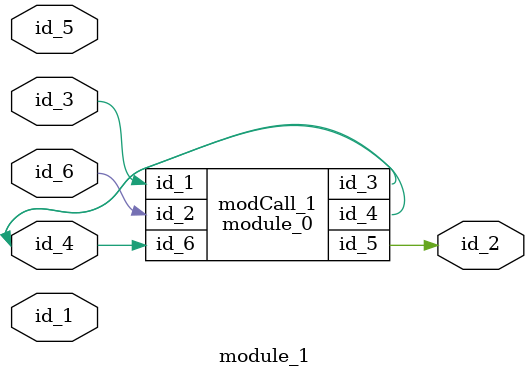
<source format=v>
module module_0 (
    id_1,
    id_2,
    id_3,
    id_4,
    id_5,
    id_6
);
  input wire id_6;
  output wire id_5;
  inout wire id_4;
  output wire id_3;
  input wire id_2;
  input wire id_1;
  reg id_7;
  assign #id_8 id_5 = 1;
  always @(*) begin : LABEL_0
    id_7 <= 1;
  end
endmodule
module module_1 (
    id_1,
    id_2,
    id_3,
    id_4,
    id_5,
    id_6
);
  inout wire id_6;
  inout wire id_5;
  inout wire id_4;
  input wire id_3;
  output wire id_2;
  inout wire id_1;
  assign id_1[1] = 1;
  module_0 modCall_1 (
      id_3,
      id_6,
      id_4,
      id_4,
      id_2,
      id_4
  );
endmodule

</source>
